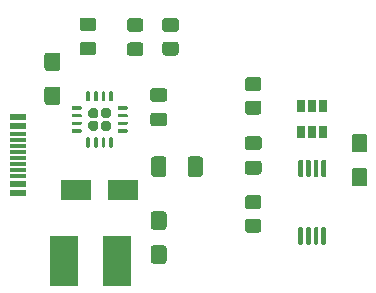
<source format=gbr>
%TF.GenerationSoftware,KiCad,Pcbnew,5.1.12-84ad8e8a86~92~ubuntu20.04.1*%
%TF.CreationDate,2023-02-19T01:27:16+01:00*%
%TF.ProjectId,tp5000_lifepo4_charger,74703530-3030-45f6-9c69-6665706f345f,rev?*%
%TF.SameCoordinates,Original*%
%TF.FileFunction,Paste,Top*%
%TF.FilePolarity,Positive*%
%FSLAX46Y46*%
G04 Gerber Fmt 4.6, Leading zero omitted, Abs format (unit mm)*
G04 Created by KiCad (PCBNEW 5.1.12-84ad8e8a86~92~ubuntu20.04.1) date 2023-02-19 01:27:16*
%MOMM*%
%LPD*%
G01*
G04 APERTURE LIST*
%ADD10R,2.500000X1.800000*%
%ADD11R,2.400000X4.200000*%
%ADD12R,1.450000X0.300000*%
%ADD13R,1.450000X0.600000*%
%ADD14R,0.650000X1.060000*%
G04 APERTURE END LIST*
%TO.C,C1*%
G36*
G01*
X93425001Y-117787500D02*
X92574999Y-117787500D01*
G75*
G02*
X92325000Y-117537501I0J249999D01*
G01*
X92325000Y-116462499D01*
G75*
G02*
X92574999Y-116212500I249999J0D01*
G01*
X93425001Y-116212500D01*
G75*
G02*
X93675000Y-116462499I0J-249999D01*
G01*
X93675000Y-117537501D01*
G75*
G02*
X93425001Y-117787500I-249999J0D01*
G01*
G37*
G36*
G01*
X93425001Y-114912500D02*
X92574999Y-114912500D01*
G75*
G02*
X92325000Y-114662501I0J249999D01*
G01*
X92325000Y-113587499D01*
G75*
G02*
X92574999Y-113337500I249999J0D01*
G01*
X93425001Y-113337500D01*
G75*
G02*
X93675000Y-113587499I0J-249999D01*
G01*
X93675000Y-114662501D01*
G75*
G02*
X93425001Y-114912500I-249999J0D01*
G01*
G37*
%TD*%
%TO.C,C2*%
G36*
G01*
X102475000Y-119587500D02*
X101525000Y-119587500D01*
G75*
G02*
X101275000Y-119337500I0J250000D01*
G01*
X101275000Y-118662500D01*
G75*
G02*
X101525000Y-118412500I250000J0D01*
G01*
X102475000Y-118412500D01*
G75*
G02*
X102725000Y-118662500I0J-250000D01*
G01*
X102725000Y-119337500D01*
G75*
G02*
X102475000Y-119587500I-250000J0D01*
G01*
G37*
G36*
G01*
X102475000Y-117512500D02*
X101525000Y-117512500D01*
G75*
G02*
X101275000Y-117262500I0J250000D01*
G01*
X101275000Y-116587500D01*
G75*
G02*
X101525000Y-116337500I250000J0D01*
G01*
X102475000Y-116337500D01*
G75*
G02*
X102725000Y-116587500I0J-250000D01*
G01*
X102725000Y-117262500D01*
G75*
G02*
X102475000Y-117512500I-250000J0D01*
G01*
G37*
%TD*%
%TO.C,C3*%
G36*
G01*
X101574999Y-129650000D02*
X102425001Y-129650000D01*
G75*
G02*
X102675000Y-129899999I0J-249999D01*
G01*
X102675000Y-130975001D01*
G75*
G02*
X102425001Y-131225000I-249999J0D01*
G01*
X101574999Y-131225000D01*
G75*
G02*
X101325000Y-130975001I0J249999D01*
G01*
X101325000Y-129899999D01*
G75*
G02*
X101574999Y-129650000I249999J0D01*
G01*
G37*
G36*
G01*
X101574999Y-126775000D02*
X102425001Y-126775000D01*
G75*
G02*
X102675000Y-127024999I0J-249999D01*
G01*
X102675000Y-128100001D01*
G75*
G02*
X102425001Y-128350000I-249999J0D01*
G01*
X101574999Y-128350000D01*
G75*
G02*
X101325000Y-128100001I0J249999D01*
G01*
X101325000Y-127024999D01*
G75*
G02*
X101574999Y-126775000I249999J0D01*
G01*
G37*
%TD*%
%TO.C,C4*%
G36*
G01*
X109525000Y-122487500D02*
X110475000Y-122487500D01*
G75*
G02*
X110725000Y-122737500I0J-250000D01*
G01*
X110725000Y-123412500D01*
G75*
G02*
X110475000Y-123662500I-250000J0D01*
G01*
X109525000Y-123662500D01*
G75*
G02*
X109275000Y-123412500I0J250000D01*
G01*
X109275000Y-122737500D01*
G75*
G02*
X109525000Y-122487500I250000J0D01*
G01*
G37*
G36*
G01*
X109525000Y-120412500D02*
X110475000Y-120412500D01*
G75*
G02*
X110725000Y-120662500I0J-250000D01*
G01*
X110725000Y-121337500D01*
G75*
G02*
X110475000Y-121587500I-250000J0D01*
G01*
X109525000Y-121587500D01*
G75*
G02*
X109275000Y-121337500I0J250000D01*
G01*
X109275000Y-120662500D01*
G75*
G02*
X109525000Y-120412500I250000J0D01*
G01*
G37*
%TD*%
%TO.C,C5*%
G36*
G01*
X118574999Y-120212500D02*
X119425001Y-120212500D01*
G75*
G02*
X119675000Y-120462499I0J-249999D01*
G01*
X119675000Y-121537501D01*
G75*
G02*
X119425001Y-121787500I-249999J0D01*
G01*
X118574999Y-121787500D01*
G75*
G02*
X118325000Y-121537501I0J249999D01*
G01*
X118325000Y-120462499D01*
G75*
G02*
X118574999Y-120212500I249999J0D01*
G01*
G37*
G36*
G01*
X118574999Y-123087500D02*
X119425001Y-123087500D01*
G75*
G02*
X119675000Y-123337499I0J-249999D01*
G01*
X119675000Y-124412501D01*
G75*
G02*
X119425001Y-124662500I-249999J0D01*
G01*
X118574999Y-124662500D01*
G75*
G02*
X118325000Y-124412501I0J249999D01*
G01*
X118325000Y-123337499D01*
G75*
G02*
X118574999Y-123087500I249999J0D01*
G01*
G37*
%TD*%
D10*
%TO.C,D1*%
X95000000Y-125000000D03*
X99000000Y-125000000D03*
%TD*%
%TO.C,D2*%
G36*
G01*
X96450001Y-111525000D02*
X95549999Y-111525000D01*
G75*
G02*
X95300000Y-111275001I0J249999D01*
G01*
X95300000Y-110624999D01*
G75*
G02*
X95549999Y-110375000I249999J0D01*
G01*
X96450001Y-110375000D01*
G75*
G02*
X96700000Y-110624999I0J-249999D01*
G01*
X96700000Y-111275001D01*
G75*
G02*
X96450001Y-111525000I-249999J0D01*
G01*
G37*
G36*
G01*
X96450001Y-113575000D02*
X95549999Y-113575000D01*
G75*
G02*
X95300000Y-113325001I0J249999D01*
G01*
X95300000Y-112674999D01*
G75*
G02*
X95549999Y-112425000I249999J0D01*
G01*
X96450001Y-112425000D01*
G75*
G02*
X96700000Y-112674999I0J-249999D01*
G01*
X96700000Y-113325001D01*
G75*
G02*
X96450001Y-113575000I-249999J0D01*
G01*
G37*
%TD*%
%TO.C,D3*%
G36*
G01*
X100450001Y-113625000D02*
X99549999Y-113625000D01*
G75*
G02*
X99300000Y-113375001I0J249999D01*
G01*
X99300000Y-112724999D01*
G75*
G02*
X99549999Y-112475000I249999J0D01*
G01*
X100450001Y-112475000D01*
G75*
G02*
X100700000Y-112724999I0J-249999D01*
G01*
X100700000Y-113375001D01*
G75*
G02*
X100450001Y-113625000I-249999J0D01*
G01*
G37*
G36*
G01*
X100450001Y-111575000D02*
X99549999Y-111575000D01*
G75*
G02*
X99300000Y-111325001I0J249999D01*
G01*
X99300000Y-110674999D01*
G75*
G02*
X99549999Y-110425000I249999J0D01*
G01*
X100450001Y-110425000D01*
G75*
G02*
X100700000Y-110674999I0J-249999D01*
G01*
X100700000Y-111325001D01*
G75*
G02*
X100450001Y-111575000I-249999J0D01*
G01*
G37*
%TD*%
D11*
%TO.C,L1*%
X94000000Y-131000000D03*
X98500000Y-131000000D03*
%TD*%
D12*
%TO.C,P1*%
X90045000Y-121750000D03*
X90045000Y-123750000D03*
X90045000Y-123250000D03*
X90045000Y-122750000D03*
X90045000Y-122250000D03*
X90045000Y-121250000D03*
X90045000Y-120750000D03*
X90045000Y-120250000D03*
D13*
X90045000Y-125250000D03*
X90045000Y-124450000D03*
X90045000Y-119550000D03*
X90045000Y-118750000D03*
X90045000Y-118750000D03*
X90045000Y-119550000D03*
X90045000Y-124450000D03*
X90045000Y-125250000D03*
%TD*%
%TO.C,R1*%
G36*
G01*
X101350000Y-123625000D02*
X101350000Y-122375000D01*
G75*
G02*
X101600000Y-122125000I250000J0D01*
G01*
X102400000Y-122125000D01*
G75*
G02*
X102650000Y-122375000I0J-250000D01*
G01*
X102650000Y-123625000D01*
G75*
G02*
X102400000Y-123875000I-250000J0D01*
G01*
X101600000Y-123875000D01*
G75*
G02*
X101350000Y-123625000I0J250000D01*
G01*
G37*
G36*
G01*
X104450000Y-123625000D02*
X104450000Y-122375000D01*
G75*
G02*
X104700000Y-122125000I250000J0D01*
G01*
X105500000Y-122125000D01*
G75*
G02*
X105750000Y-122375000I0J-250000D01*
G01*
X105750000Y-123625000D01*
G75*
G02*
X105500000Y-123875000I-250000J0D01*
G01*
X104700000Y-123875000D01*
G75*
G02*
X104450000Y-123625000I0J250000D01*
G01*
G37*
%TD*%
%TO.C,R2*%
G36*
G01*
X102549999Y-110400000D02*
X103450001Y-110400000D01*
G75*
G02*
X103700000Y-110649999I0J-249999D01*
G01*
X103700000Y-111350001D01*
G75*
G02*
X103450001Y-111600000I-249999J0D01*
G01*
X102549999Y-111600000D01*
G75*
G02*
X102300000Y-111350001I0J249999D01*
G01*
X102300000Y-110649999D01*
G75*
G02*
X102549999Y-110400000I249999J0D01*
G01*
G37*
G36*
G01*
X102549999Y-112400000D02*
X103450001Y-112400000D01*
G75*
G02*
X103700000Y-112649999I0J-249999D01*
G01*
X103700000Y-113350001D01*
G75*
G02*
X103450001Y-113600000I-249999J0D01*
G01*
X102549999Y-113600000D01*
G75*
G02*
X102300000Y-113350001I0J249999D01*
G01*
X102300000Y-112649999D01*
G75*
G02*
X102549999Y-112400000I249999J0D01*
G01*
G37*
%TD*%
%TO.C,R3*%
G36*
G01*
X109549999Y-127400000D02*
X110450001Y-127400000D01*
G75*
G02*
X110700000Y-127649999I0J-249999D01*
G01*
X110700000Y-128350001D01*
G75*
G02*
X110450001Y-128600000I-249999J0D01*
G01*
X109549999Y-128600000D01*
G75*
G02*
X109300000Y-128350001I0J249999D01*
G01*
X109300000Y-127649999D01*
G75*
G02*
X109549999Y-127400000I249999J0D01*
G01*
G37*
G36*
G01*
X109549999Y-125400000D02*
X110450001Y-125400000D01*
G75*
G02*
X110700000Y-125649999I0J-249999D01*
G01*
X110700000Y-126350001D01*
G75*
G02*
X110450001Y-126600000I-249999J0D01*
G01*
X109549999Y-126600000D01*
G75*
G02*
X109300000Y-126350001I0J249999D01*
G01*
X109300000Y-125649999D01*
G75*
G02*
X109549999Y-125400000I249999J0D01*
G01*
G37*
%TD*%
%TO.C,R4*%
G36*
G01*
X109549999Y-115400000D02*
X110450001Y-115400000D01*
G75*
G02*
X110700000Y-115649999I0J-249999D01*
G01*
X110700000Y-116350001D01*
G75*
G02*
X110450001Y-116600000I-249999J0D01*
G01*
X109549999Y-116600000D01*
G75*
G02*
X109300000Y-116350001I0J249999D01*
G01*
X109300000Y-115649999D01*
G75*
G02*
X109549999Y-115400000I249999J0D01*
G01*
G37*
G36*
G01*
X109549999Y-117400000D02*
X110450001Y-117400000D01*
G75*
G02*
X110700000Y-117649999I0J-249999D01*
G01*
X110700000Y-118350001D01*
G75*
G02*
X110450001Y-118600000I-249999J0D01*
G01*
X109549999Y-118600000D01*
G75*
G02*
X109300000Y-118350001I0J249999D01*
G01*
X109300000Y-117649999D01*
G75*
G02*
X109549999Y-117400000I249999J0D01*
G01*
G37*
%TD*%
%TO.C,U1*%
G36*
G01*
X94625000Y-118100000D02*
X94625000Y-117950000D01*
G75*
G02*
X94700000Y-117875000I75000J0D01*
G01*
X95400000Y-117875000D01*
G75*
G02*
X95475000Y-117950000I0J-75000D01*
G01*
X95475000Y-118100000D01*
G75*
G02*
X95400000Y-118175000I-75000J0D01*
G01*
X94700000Y-118175000D01*
G75*
G02*
X94625000Y-118100000I0J75000D01*
G01*
G37*
G36*
G01*
X94625000Y-118750000D02*
X94625000Y-118600000D01*
G75*
G02*
X94700000Y-118525000I75000J0D01*
G01*
X95400000Y-118525000D01*
G75*
G02*
X95475000Y-118600000I0J-75000D01*
G01*
X95475000Y-118750000D01*
G75*
G02*
X95400000Y-118825000I-75000J0D01*
G01*
X94700000Y-118825000D01*
G75*
G02*
X94625000Y-118750000I0J75000D01*
G01*
G37*
G36*
G01*
X94625000Y-119400000D02*
X94625000Y-119250000D01*
G75*
G02*
X94700000Y-119175000I75000J0D01*
G01*
X95400000Y-119175000D01*
G75*
G02*
X95475000Y-119250000I0J-75000D01*
G01*
X95475000Y-119400000D01*
G75*
G02*
X95400000Y-119475000I-75000J0D01*
G01*
X94700000Y-119475000D01*
G75*
G02*
X94625000Y-119400000I0J75000D01*
G01*
G37*
G36*
G01*
X94625000Y-120050000D02*
X94625000Y-119900000D01*
G75*
G02*
X94700000Y-119825000I75000J0D01*
G01*
X95400000Y-119825000D01*
G75*
G02*
X95475000Y-119900000I0J-75000D01*
G01*
X95475000Y-120050000D01*
G75*
G02*
X95400000Y-120125000I-75000J0D01*
G01*
X94700000Y-120125000D01*
G75*
G02*
X94625000Y-120050000I0J75000D01*
G01*
G37*
G36*
G01*
X95875000Y-121300000D02*
X95875000Y-120600000D01*
G75*
G02*
X95950000Y-120525000I75000J0D01*
G01*
X96100000Y-120525000D01*
G75*
G02*
X96175000Y-120600000I0J-75000D01*
G01*
X96175000Y-121300000D01*
G75*
G02*
X96100000Y-121375000I-75000J0D01*
G01*
X95950000Y-121375000D01*
G75*
G02*
X95875000Y-121300000I0J75000D01*
G01*
G37*
G36*
G01*
X96525000Y-121300000D02*
X96525000Y-120600000D01*
G75*
G02*
X96600000Y-120525000I75000J0D01*
G01*
X96750000Y-120525000D01*
G75*
G02*
X96825000Y-120600000I0J-75000D01*
G01*
X96825000Y-121300000D01*
G75*
G02*
X96750000Y-121375000I-75000J0D01*
G01*
X96600000Y-121375000D01*
G75*
G02*
X96525000Y-121300000I0J75000D01*
G01*
G37*
G36*
G01*
X97175000Y-121300000D02*
X97175000Y-120600000D01*
G75*
G02*
X97250000Y-120525000I75000J0D01*
G01*
X97400000Y-120525000D01*
G75*
G02*
X97475000Y-120600000I0J-75000D01*
G01*
X97475000Y-121300000D01*
G75*
G02*
X97400000Y-121375000I-75000J0D01*
G01*
X97250000Y-121375000D01*
G75*
G02*
X97175000Y-121300000I0J75000D01*
G01*
G37*
G36*
G01*
X97825000Y-121300000D02*
X97825000Y-120600000D01*
G75*
G02*
X97900000Y-120525000I75000J0D01*
G01*
X98050000Y-120525000D01*
G75*
G02*
X98125000Y-120600000I0J-75000D01*
G01*
X98125000Y-121300000D01*
G75*
G02*
X98050000Y-121375000I-75000J0D01*
G01*
X97900000Y-121375000D01*
G75*
G02*
X97825000Y-121300000I0J75000D01*
G01*
G37*
G36*
G01*
X98525000Y-120050000D02*
X98525000Y-119900000D01*
G75*
G02*
X98600000Y-119825000I75000J0D01*
G01*
X99300000Y-119825000D01*
G75*
G02*
X99375000Y-119900000I0J-75000D01*
G01*
X99375000Y-120050000D01*
G75*
G02*
X99300000Y-120125000I-75000J0D01*
G01*
X98600000Y-120125000D01*
G75*
G02*
X98525000Y-120050000I0J75000D01*
G01*
G37*
G36*
G01*
X98525000Y-119400000D02*
X98525000Y-119250000D01*
G75*
G02*
X98600000Y-119175000I75000J0D01*
G01*
X99300000Y-119175000D01*
G75*
G02*
X99375000Y-119250000I0J-75000D01*
G01*
X99375000Y-119400000D01*
G75*
G02*
X99300000Y-119475000I-75000J0D01*
G01*
X98600000Y-119475000D01*
G75*
G02*
X98525000Y-119400000I0J75000D01*
G01*
G37*
G36*
G01*
X98525000Y-118750000D02*
X98525000Y-118600000D01*
G75*
G02*
X98600000Y-118525000I75000J0D01*
G01*
X99300000Y-118525000D01*
G75*
G02*
X99375000Y-118600000I0J-75000D01*
G01*
X99375000Y-118750000D01*
G75*
G02*
X99300000Y-118825000I-75000J0D01*
G01*
X98600000Y-118825000D01*
G75*
G02*
X98525000Y-118750000I0J75000D01*
G01*
G37*
G36*
G01*
X98525000Y-118100000D02*
X98525000Y-117950000D01*
G75*
G02*
X98600000Y-117875000I75000J0D01*
G01*
X99300000Y-117875000D01*
G75*
G02*
X99375000Y-117950000I0J-75000D01*
G01*
X99375000Y-118100000D01*
G75*
G02*
X99300000Y-118175000I-75000J0D01*
G01*
X98600000Y-118175000D01*
G75*
G02*
X98525000Y-118100000I0J75000D01*
G01*
G37*
G36*
G01*
X97825000Y-117400000D02*
X97825000Y-116700000D01*
G75*
G02*
X97900000Y-116625000I75000J0D01*
G01*
X98050000Y-116625000D01*
G75*
G02*
X98125000Y-116700000I0J-75000D01*
G01*
X98125000Y-117400000D01*
G75*
G02*
X98050000Y-117475000I-75000J0D01*
G01*
X97900000Y-117475000D01*
G75*
G02*
X97825000Y-117400000I0J75000D01*
G01*
G37*
G36*
G01*
X97175000Y-117400000D02*
X97175000Y-116700000D01*
G75*
G02*
X97250000Y-116625000I75000J0D01*
G01*
X97400000Y-116625000D01*
G75*
G02*
X97475000Y-116700000I0J-75000D01*
G01*
X97475000Y-117400000D01*
G75*
G02*
X97400000Y-117475000I-75000J0D01*
G01*
X97250000Y-117475000D01*
G75*
G02*
X97175000Y-117400000I0J75000D01*
G01*
G37*
G36*
G01*
X96525000Y-117400000D02*
X96525000Y-116700000D01*
G75*
G02*
X96600000Y-116625000I75000J0D01*
G01*
X96750000Y-116625000D01*
G75*
G02*
X96825000Y-116700000I0J-75000D01*
G01*
X96825000Y-117400000D01*
G75*
G02*
X96750000Y-117475000I-75000J0D01*
G01*
X96600000Y-117475000D01*
G75*
G02*
X96525000Y-117400000I0J75000D01*
G01*
G37*
G36*
G01*
X95875000Y-117400000D02*
X95875000Y-116700000D01*
G75*
G02*
X95950000Y-116625000I75000J0D01*
G01*
X96100000Y-116625000D01*
G75*
G02*
X96175000Y-116700000I0J-75000D01*
G01*
X96175000Y-117400000D01*
G75*
G02*
X96100000Y-117475000I-75000J0D01*
G01*
X95950000Y-117475000D01*
G75*
G02*
X95875000Y-117400000I0J75000D01*
G01*
G37*
G36*
G01*
X96050000Y-118687500D02*
X96050000Y-118262500D01*
G75*
G02*
X96262500Y-118050000I212500J0D01*
G01*
X96687500Y-118050000D01*
G75*
G02*
X96900000Y-118262500I0J-212500D01*
G01*
X96900000Y-118687500D01*
G75*
G02*
X96687500Y-118900000I-212500J0D01*
G01*
X96262500Y-118900000D01*
G75*
G02*
X96050000Y-118687500I0J212500D01*
G01*
G37*
G36*
G01*
X96050000Y-119737500D02*
X96050000Y-119312500D01*
G75*
G02*
X96262500Y-119100000I212500J0D01*
G01*
X96687500Y-119100000D01*
G75*
G02*
X96900000Y-119312500I0J-212500D01*
G01*
X96900000Y-119737500D01*
G75*
G02*
X96687500Y-119950000I-212500J0D01*
G01*
X96262500Y-119950000D01*
G75*
G02*
X96050000Y-119737500I0J212500D01*
G01*
G37*
G36*
G01*
X97100000Y-118687500D02*
X97100000Y-118262500D01*
G75*
G02*
X97312500Y-118050000I212500J0D01*
G01*
X97737500Y-118050000D01*
G75*
G02*
X97950000Y-118262500I0J-212500D01*
G01*
X97950000Y-118687500D01*
G75*
G02*
X97737500Y-118900000I-212500J0D01*
G01*
X97312500Y-118900000D01*
G75*
G02*
X97100000Y-118687500I0J212500D01*
G01*
G37*
G36*
G01*
X97100000Y-119737500D02*
X97100000Y-119312500D01*
G75*
G02*
X97312500Y-119100000I212500J0D01*
G01*
X97737500Y-119100000D01*
G75*
G02*
X97950000Y-119312500I0J-212500D01*
G01*
X97950000Y-119737500D01*
G75*
G02*
X97737500Y-119950000I-212500J0D01*
G01*
X97312500Y-119950000D01*
G75*
G02*
X97100000Y-119737500I0J212500D01*
G01*
G37*
%TD*%
D14*
%TO.C,U2*%
X114050000Y-120100000D03*
X115000000Y-120100000D03*
X115950000Y-120100000D03*
X115950000Y-117900000D03*
X114050000Y-117900000D03*
X115000000Y-117900000D03*
%TD*%
%TO.C,U3*%
G36*
G01*
X115875000Y-122400000D02*
X116075000Y-122400000D01*
G75*
G02*
X116175000Y-122500000I0J-100000D01*
G01*
X116175000Y-123775000D01*
G75*
G02*
X116075000Y-123875000I-100000J0D01*
G01*
X115875000Y-123875000D01*
G75*
G02*
X115775000Y-123775000I0J100000D01*
G01*
X115775000Y-122500000D01*
G75*
G02*
X115875000Y-122400000I100000J0D01*
G01*
G37*
G36*
G01*
X115225000Y-122400000D02*
X115425000Y-122400000D01*
G75*
G02*
X115525000Y-122500000I0J-100000D01*
G01*
X115525000Y-123775000D01*
G75*
G02*
X115425000Y-123875000I-100000J0D01*
G01*
X115225000Y-123875000D01*
G75*
G02*
X115125000Y-123775000I0J100000D01*
G01*
X115125000Y-122500000D01*
G75*
G02*
X115225000Y-122400000I100000J0D01*
G01*
G37*
G36*
G01*
X114575000Y-122400000D02*
X114775000Y-122400000D01*
G75*
G02*
X114875000Y-122500000I0J-100000D01*
G01*
X114875000Y-123775000D01*
G75*
G02*
X114775000Y-123875000I-100000J0D01*
G01*
X114575000Y-123875000D01*
G75*
G02*
X114475000Y-123775000I0J100000D01*
G01*
X114475000Y-122500000D01*
G75*
G02*
X114575000Y-122400000I100000J0D01*
G01*
G37*
G36*
G01*
X113925000Y-122400000D02*
X114125000Y-122400000D01*
G75*
G02*
X114225000Y-122500000I0J-100000D01*
G01*
X114225000Y-123775000D01*
G75*
G02*
X114125000Y-123875000I-100000J0D01*
G01*
X113925000Y-123875000D01*
G75*
G02*
X113825000Y-123775000I0J100000D01*
G01*
X113825000Y-122500000D01*
G75*
G02*
X113925000Y-122400000I100000J0D01*
G01*
G37*
G36*
G01*
X113925000Y-128125000D02*
X114125000Y-128125000D01*
G75*
G02*
X114225000Y-128225000I0J-100000D01*
G01*
X114225000Y-129500000D01*
G75*
G02*
X114125000Y-129600000I-100000J0D01*
G01*
X113925000Y-129600000D01*
G75*
G02*
X113825000Y-129500000I0J100000D01*
G01*
X113825000Y-128225000D01*
G75*
G02*
X113925000Y-128125000I100000J0D01*
G01*
G37*
G36*
G01*
X114575000Y-128125000D02*
X114775000Y-128125000D01*
G75*
G02*
X114875000Y-128225000I0J-100000D01*
G01*
X114875000Y-129500000D01*
G75*
G02*
X114775000Y-129600000I-100000J0D01*
G01*
X114575000Y-129600000D01*
G75*
G02*
X114475000Y-129500000I0J100000D01*
G01*
X114475000Y-128225000D01*
G75*
G02*
X114575000Y-128125000I100000J0D01*
G01*
G37*
G36*
G01*
X115225000Y-128125000D02*
X115425000Y-128125000D01*
G75*
G02*
X115525000Y-128225000I0J-100000D01*
G01*
X115525000Y-129500000D01*
G75*
G02*
X115425000Y-129600000I-100000J0D01*
G01*
X115225000Y-129600000D01*
G75*
G02*
X115125000Y-129500000I0J100000D01*
G01*
X115125000Y-128225000D01*
G75*
G02*
X115225000Y-128125000I100000J0D01*
G01*
G37*
G36*
G01*
X115875000Y-128125000D02*
X116075000Y-128125000D01*
G75*
G02*
X116175000Y-128225000I0J-100000D01*
G01*
X116175000Y-129500000D01*
G75*
G02*
X116075000Y-129600000I-100000J0D01*
G01*
X115875000Y-129600000D01*
G75*
G02*
X115775000Y-129500000I0J100000D01*
G01*
X115775000Y-128225000D01*
G75*
G02*
X115875000Y-128125000I100000J0D01*
G01*
G37*
%TD*%
M02*

</source>
